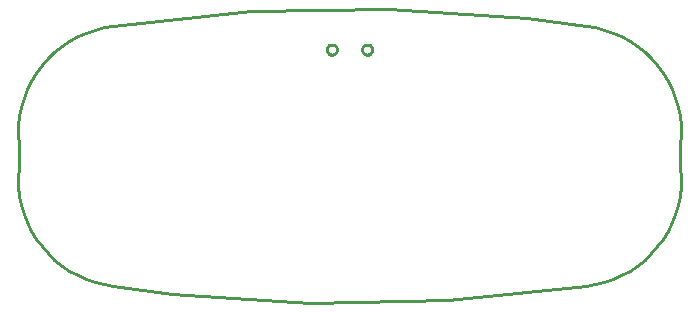
<source format=gbr>
G04 EAGLE Gerber RS-274X export*
G75*
%MOMM*%
%FSLAX34Y34*%
%LPD*%
%IN*%
%IPPOS*%
%AMOC8*
5,1,8,0,0,1.08239X$1,22.5*%
G01*
%ADD10C,0.254000*%


D10*
X-280000Y-10000D02*
X-280528Y-17870D01*
X-280369Y-25769D01*
X-279522Y-33624D01*
X-277993Y-41375D01*
X-275795Y-48963D01*
X-272944Y-56331D01*
X-269461Y-63422D01*
X-265374Y-70183D01*
X-260713Y-76562D01*
X-255513Y-82510D01*
X-249815Y-87983D01*
X-243662Y-92938D01*
X-237100Y-97338D01*
X-230180Y-101149D01*
X-222954Y-104343D01*
X-215477Y-106895D01*
X-207806Y-108785D01*
X-200000Y-110000D01*
X-149966Y-116587D01*
X-33267Y-124587D01*
X83685Y-122386D01*
X200000Y-110000D01*
X207797Y-108787D01*
X215468Y-106898D01*
X222945Y-104347D01*
X230172Y-101154D01*
X237092Y-97344D01*
X243654Y-92945D01*
X249808Y-87990D01*
X255506Y-82519D01*
X260706Y-76571D01*
X265368Y-70193D01*
X269456Y-63433D01*
X272940Y-56342D01*
X275792Y-48974D01*
X277991Y-41386D01*
X279520Y-33636D01*
X280368Y-25781D01*
X280529Y-17883D01*
X280000Y-10000D01*
X280000Y10000D01*
X280529Y17879D01*
X280369Y25777D01*
X279522Y33631D01*
X277993Y41382D01*
X275794Y48970D01*
X272943Y56337D01*
X269460Y63428D01*
X265372Y70188D01*
X260711Y76567D01*
X255512Y82514D01*
X249814Y87986D01*
X243661Y92941D01*
X237099Y97341D01*
X230179Y101151D01*
X222953Y104345D01*
X215477Y106896D01*
X207806Y108786D01*
X200000Y110000D01*
X149966Y116587D01*
X33267Y124587D01*
X-83685Y122386D01*
X-200000Y110000D01*
X-200002Y110000D01*
X-207808Y108786D01*
X-215478Y106896D01*
X-222954Y104345D01*
X-230180Y101152D01*
X-237100Y97341D01*
X-243661Y92942D01*
X-249814Y87987D01*
X-255512Y82516D01*
X-260712Y76568D01*
X-265373Y70190D01*
X-269460Y63430D01*
X-272943Y56339D01*
X-275794Y48972D01*
X-277993Y41385D01*
X-279522Y33634D01*
X-280369Y25780D01*
X-280529Y17882D01*
X-280000Y10000D01*
X-280000Y-10000D01*
X-19250Y90279D02*
X-19177Y90831D01*
X-19033Y91369D01*
X-18820Y91884D01*
X-18541Y92366D01*
X-18202Y92808D01*
X-17808Y93202D01*
X-17366Y93541D01*
X-16884Y93820D01*
X-16369Y94033D01*
X-15831Y94177D01*
X-15279Y94250D01*
X-14721Y94250D01*
X-14169Y94177D01*
X-13631Y94033D01*
X-13116Y93820D01*
X-12634Y93541D01*
X-12192Y93202D01*
X-11798Y92808D01*
X-11459Y92366D01*
X-11180Y91884D01*
X-10967Y91369D01*
X-10823Y90831D01*
X-10750Y90279D01*
X-10750Y89721D01*
X-10823Y89169D01*
X-10967Y88631D01*
X-11180Y88116D01*
X-11459Y87634D01*
X-11798Y87192D01*
X-12192Y86798D01*
X-12634Y86459D01*
X-13116Y86180D01*
X-13631Y85967D01*
X-14169Y85823D01*
X-14721Y85750D01*
X-15279Y85750D01*
X-15831Y85823D01*
X-16369Y85967D01*
X-16884Y86180D01*
X-17366Y86459D01*
X-17808Y86798D01*
X-18202Y87192D01*
X-18541Y87634D01*
X-18820Y88116D01*
X-19033Y88631D01*
X-19177Y89169D01*
X-19250Y89721D01*
X-19250Y90279D01*
X10750Y90279D02*
X10823Y90831D01*
X10967Y91369D01*
X11180Y91884D01*
X11459Y92366D01*
X11798Y92808D01*
X12192Y93202D01*
X12634Y93541D01*
X13116Y93820D01*
X13631Y94033D01*
X14169Y94177D01*
X14721Y94250D01*
X15279Y94250D01*
X15831Y94177D01*
X16369Y94033D01*
X16884Y93820D01*
X17366Y93541D01*
X17808Y93202D01*
X18202Y92808D01*
X18541Y92366D01*
X18820Y91884D01*
X19033Y91369D01*
X19177Y90831D01*
X19250Y90279D01*
X19250Y89721D01*
X19177Y89169D01*
X19033Y88631D01*
X18820Y88116D01*
X18541Y87634D01*
X18202Y87192D01*
X17808Y86798D01*
X17366Y86459D01*
X16884Y86180D01*
X16369Y85967D01*
X15831Y85823D01*
X15279Y85750D01*
X14721Y85750D01*
X14169Y85823D01*
X13631Y85967D01*
X13116Y86180D01*
X12634Y86459D01*
X12192Y86798D01*
X11798Y87192D01*
X11459Y87634D01*
X11180Y88116D01*
X10967Y88631D01*
X10823Y89169D01*
X10750Y89721D01*
X10750Y90279D01*
M02*

</source>
